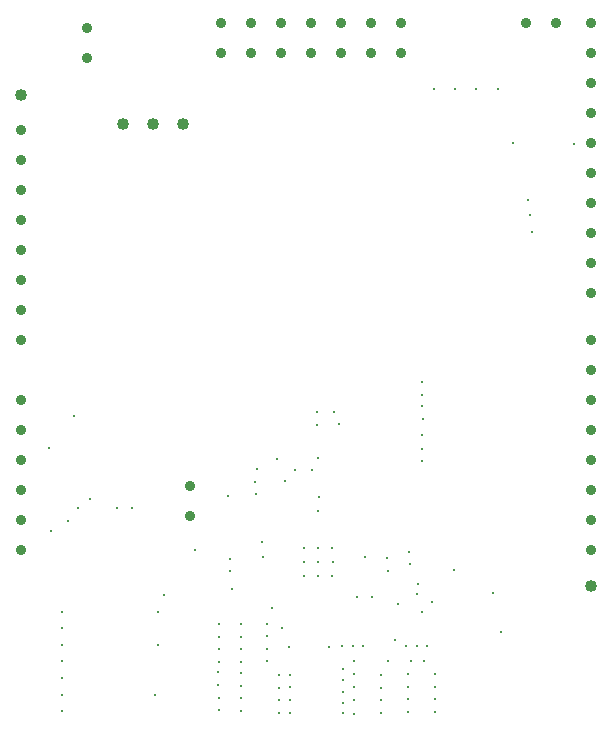
<source format=gbr>
%FSLAX44Y44*%
%MOMM*%
%SFA1B1*%

%IPPOS*%
%ADD126C,0.899998*%
%ADD127C,0.899998*%
%ADD128C,1.015998*%
%ADD129C,1.019998*%
%ADD130C,0.299999*%
G54D126*
X497599Y142999D03*
Y168399D03*
Y193799D03*
Y219199D03*
Y244599D03*
Y269999D03*
Y295399D03*
Y320799D03*
Y412199D03*
Y589999D03*
Y564599D03*
Y539199D03*
Y513799D03*
Y488399D03*
Y462999D03*
Y437599D03*
Y386799D03*
Y361399D03*
X158499Y197499D03*
Y172099D03*
X70999Y559849D03*
Y585249D03*
X14999Y269999D03*
Y244599D03*
Y219199D03*
Y193799D03*
Y168399D03*
Y142999D03*
Y498599D03*
Y473199D03*
Y447799D03*
Y422399D03*
Y396999D03*
Y371599D03*
Y346199D03*
Y320799D03*
G54D127*
X442599Y589999D03*
X467999D03*
X184999Y563999D03*
Y589399D03*
X210399Y563999D03*
Y589399D03*
X235799Y563999D03*
Y589399D03*
X261199Y563999D03*
Y589399D03*
X286599Y563999D03*
Y589399D03*
X311999Y563999D03*
Y589399D03*
X337399Y563999D03*
Y589399D03*
G54D128*
X497599Y113249D03*
X14999Y528499D03*
G54D129*
X101499Y504499D03*
X126899D03*
X152299D03*
G54D130*
X59999Y256499D03*
X38999Y229999D03*
X354999Y218999D03*
Y228999D03*
X355999Y254000D03*
X354999Y240999D03*
X364749Y533999D03*
X354999Y264999D03*
Y274999D03*
Y285999D03*
X418999Y533999D03*
X400916D03*
X382832D03*
X265999Y259999D03*
Y248999D03*
X108999Y178999D03*
X445999Y426999D03*
X447999Y412999D03*
X284999Y249999D03*
X279999Y259999D03*
X73999Y186999D03*
X63999Y178999D03*
X54999Y167999D03*
X49999Y90999D03*
Y76999D03*
X444999Y439999D03*
X49999Y63249D03*
X266999Y220999D03*
X96999Y178999D03*
X49999Y34999D03*
X483999Y486999D03*
X431999Y487999D03*
X299999Y103999D03*
X325124Y136999D03*
X261999Y210749D03*
X326249Y49499D03*
X341329Y62499D03*
X267249Y175999D03*
X231749Y220749D03*
X325749Y125499D03*
X344499Y131749D03*
X381749Y126499D03*
X213360Y200660D03*
X414749Y106999D03*
X194310Y110490D03*
X192499Y125999D03*
Y135999D03*
X219249Y150499D03*
X219999Y137249D03*
X227749Y94499D03*
X236749Y77749D03*
X286999Y62249D03*
X304999D03*
X296249D03*
X267999Y188499D03*
X242499Y61249D03*
X275999D03*
X306999Y137499D03*
X319999Y16166D03*
Y5499D03*
Y26832D03*
X342749Y16916D03*
X365499Y6249D03*
X345819Y49499D03*
X356999D03*
X201499Y17916D03*
Y7249D03*
X201249Y28582D03*
Y39249D03*
X182749Y18416D03*
Y7749D03*
X182499Y29083D03*
Y39749D03*
X183249Y59416D03*
Y48749D03*
X182999Y70082D03*
Y80749D03*
X201749Y59166D03*
Y48499D03*
X201499Y69832D03*
Y80499D03*
X223999Y59666D03*
Y48999D03*
X223749Y70332D03*
Y80999D03*
X365499Y27582D03*
X342749D03*
Y38249D03*
X365499D03*
X342749Y6249D03*
X365499Y16916D03*
X319999Y37499D03*
X49999Y20749D03*
X50249Y6999D03*
X49999Y49499D03*
X128749Y20749D03*
X40999Y159499D03*
X214630Y190500D03*
X247650Y210820D03*
X350329Y62249D03*
X359079Y61999D03*
X354999Y91249D03*
X312249Y103249D03*
X350759Y106139D03*
X334249Y97999D03*
X421999Y73749D03*
X331999Y66999D03*
X287999Y42249D03*
Y32999D03*
Y14249D03*
Y4999D03*
Y23499D03*
X297249Y4749D03*
Y15999D03*
Y26999D03*
Y38249D03*
Y49499D03*
X233499Y37499D03*
X243249Y37749D03*
Y26999D03*
X233499Y26749D03*
X233749Y16249D03*
X243499Y16499D03*
X233749Y5499D03*
X243499Y5749D03*
X214789Y212249D03*
X131749Y91249D03*
Y62999D03*
X162749Y143749D03*
X136750Y104998D03*
X344249Y141999D03*
X351749Y114999D03*
X238999Y201999D03*
X190749Y189499D03*
X362999Y99499D03*
X254749Y132999D03*
X266749Y144999D03*
X278749D03*
X266749Y132999D03*
X254749Y144999D03*
X279749Y132999D03*
X278749Y120999D03*
X254749D03*
X266749D03*
M02*
</source>
